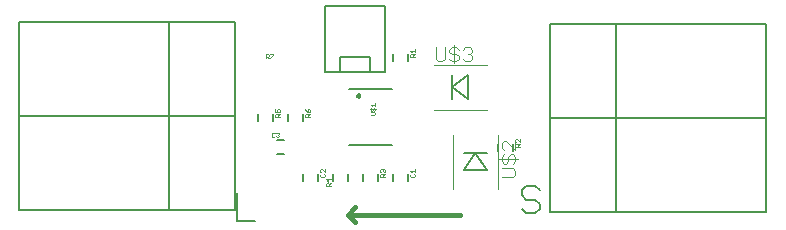
<source format=gto>
G75*
%MOIN*%
%OFA0B0*%
%FSLAX25Y25*%
%IPPOS*%
%LPD*%
%AMOC8*
5,1,8,0,0,1.08239X$1,22.5*
%
%ADD10C,0.00800*%
%ADD11C,0.01600*%
%ADD12C,0.00600*%
%ADD13C,0.00100*%
%ADD14C,0.00500*%
%ADD15C,0.00400*%
D10*
X0073650Y0010100D02*
X0079789Y0010100D01*
X0073650Y0010100D02*
X0073650Y0019308D01*
X0149313Y0027169D02*
X0157187Y0027169D01*
X0153250Y0032574D01*
X0149313Y0027169D01*
X0149313Y0032574D02*
X0157187Y0032574D01*
X0168650Y0020273D02*
X0170185Y0021808D01*
X0173254Y0021808D01*
X0174789Y0020273D01*
X0170185Y0017204D02*
X0168650Y0018739D01*
X0168650Y0020273D01*
X0170185Y0017204D02*
X0173254Y0017204D01*
X0174789Y0015669D01*
X0174789Y0014135D01*
X0173254Y0012600D01*
X0170185Y0012600D01*
X0168650Y0014135D01*
X0150781Y0050763D02*
X0150781Y0058637D01*
X0145376Y0054700D01*
X0150781Y0050763D01*
X0145376Y0050763D02*
X0145376Y0058637D01*
X0113785Y0051800D02*
X0113787Y0051847D01*
X0113793Y0051894D01*
X0113803Y0051941D01*
X0113816Y0051986D01*
X0113834Y0052030D01*
X0113855Y0052072D01*
X0113879Y0052113D01*
X0113907Y0052151D01*
X0113938Y0052187D01*
X0113972Y0052220D01*
X0114008Y0052250D01*
X0114047Y0052277D01*
X0114088Y0052301D01*
X0114131Y0052321D01*
X0114175Y0052337D01*
X0114221Y0052350D01*
X0114267Y0052359D01*
X0114315Y0052364D01*
X0114362Y0052365D01*
X0114409Y0052362D01*
X0114456Y0052355D01*
X0114502Y0052344D01*
X0114547Y0052330D01*
X0114591Y0052311D01*
X0114632Y0052289D01*
X0114672Y0052264D01*
X0114710Y0052235D01*
X0114745Y0052204D01*
X0114778Y0052169D01*
X0114807Y0052132D01*
X0114833Y0052093D01*
X0114856Y0052051D01*
X0114875Y0052008D01*
X0114891Y0051963D01*
X0114903Y0051917D01*
X0114911Y0051871D01*
X0114915Y0051824D01*
X0114915Y0051776D01*
X0114911Y0051729D01*
X0114903Y0051683D01*
X0114891Y0051637D01*
X0114875Y0051592D01*
X0114856Y0051549D01*
X0114833Y0051507D01*
X0114807Y0051468D01*
X0114778Y0051431D01*
X0114745Y0051396D01*
X0114710Y0051365D01*
X0114672Y0051336D01*
X0114633Y0051311D01*
X0114591Y0051289D01*
X0114547Y0051270D01*
X0114502Y0051256D01*
X0114456Y0051245D01*
X0114409Y0051238D01*
X0114362Y0051235D01*
X0114315Y0051236D01*
X0114267Y0051241D01*
X0114221Y0051250D01*
X0114175Y0051263D01*
X0114131Y0051279D01*
X0114088Y0051299D01*
X0114047Y0051323D01*
X0114008Y0051350D01*
X0113972Y0051380D01*
X0113938Y0051413D01*
X0113907Y0051449D01*
X0113879Y0051487D01*
X0113855Y0051528D01*
X0113834Y0051570D01*
X0113816Y0051614D01*
X0113803Y0051659D01*
X0113793Y0051706D01*
X0113787Y0051753D01*
X0113785Y0051800D01*
D11*
X0113250Y0014700D02*
X0110750Y0012200D01*
X0113250Y0009700D01*
X0110750Y0012200D02*
X0148250Y0012200D01*
D12*
X0130612Y0023519D02*
X0130612Y0025881D01*
X0125888Y0025881D02*
X0125888Y0023519D01*
X0120612Y0023519D02*
X0120612Y0025881D01*
X0115888Y0025881D02*
X0115888Y0023519D01*
X0110612Y0023519D02*
X0110612Y0025881D01*
X0105888Y0025881D02*
X0105888Y0023519D01*
X0100612Y0023519D02*
X0100612Y0025881D01*
X0095888Y0025881D02*
X0095888Y0023519D01*
X0089431Y0032338D02*
X0087069Y0032338D01*
X0087069Y0037062D02*
X0089431Y0037062D01*
X0111152Y0035401D02*
X0125348Y0035401D01*
X0095612Y0043519D02*
X0095612Y0045881D01*
X0090888Y0045881D02*
X0090888Y0043519D01*
X0085612Y0043519D02*
X0085612Y0045881D01*
X0080888Y0045881D02*
X0080888Y0043519D01*
X0111152Y0053999D02*
X0125348Y0053999D01*
X0125888Y0063519D02*
X0125888Y0065881D01*
X0130612Y0065881D02*
X0130612Y0063519D01*
X0160888Y0035881D02*
X0160888Y0033519D01*
X0165612Y0033519D02*
X0165612Y0035881D01*
D13*
X0166549Y0035554D02*
X0166799Y0035804D01*
X0167299Y0035804D01*
X0167550Y0035554D01*
X0167550Y0034803D01*
X0168050Y0034803D02*
X0166549Y0034803D01*
X0166549Y0035554D01*
X0166799Y0036277D02*
X0166549Y0036527D01*
X0166549Y0037027D01*
X0166799Y0037278D01*
X0167049Y0037278D01*
X0168050Y0036277D01*
X0168050Y0037278D01*
X0168050Y0035804D02*
X0167550Y0035304D01*
X0133050Y0027278D02*
X0133050Y0026277D01*
X0133050Y0026777D02*
X0131549Y0026777D01*
X0132049Y0026277D01*
X0131799Y0025804D02*
X0131549Y0025554D01*
X0131549Y0025054D01*
X0131799Y0024803D01*
X0132800Y0024803D01*
X0133050Y0025054D01*
X0133050Y0025554D01*
X0132800Y0025804D01*
X0123050Y0025804D02*
X0122550Y0025304D01*
X0122550Y0025554D02*
X0122550Y0024803D01*
X0123050Y0024803D02*
X0121549Y0024803D01*
X0121549Y0025554D01*
X0121799Y0025804D01*
X0122299Y0025804D01*
X0122550Y0025554D01*
X0122800Y0026277D02*
X0123050Y0026527D01*
X0123050Y0027027D01*
X0122800Y0027278D01*
X0122550Y0027278D01*
X0122299Y0027027D01*
X0122299Y0026777D01*
X0122299Y0027027D02*
X0122049Y0027278D01*
X0121799Y0027278D01*
X0121549Y0027027D01*
X0121549Y0026527D01*
X0121799Y0026277D01*
X0104950Y0023974D02*
X0103449Y0023974D01*
X0104199Y0023223D01*
X0104199Y0024224D01*
X0103050Y0025054D02*
X0102800Y0024803D01*
X0101799Y0024803D01*
X0101549Y0025054D01*
X0101549Y0025554D01*
X0101799Y0025804D01*
X0101799Y0026277D02*
X0101549Y0026527D01*
X0101549Y0027027D01*
X0101799Y0027278D01*
X0102049Y0027278D01*
X0103050Y0026277D01*
X0103050Y0027278D01*
X0102800Y0025804D02*
X0103050Y0025554D01*
X0103050Y0025054D01*
X0103699Y0022751D02*
X0104199Y0022751D01*
X0104450Y0022501D01*
X0104450Y0021750D01*
X0104950Y0021750D02*
X0103449Y0021750D01*
X0103449Y0022501D01*
X0103699Y0022751D01*
X0104450Y0022250D02*
X0104950Y0022751D01*
X0087774Y0038250D02*
X0087524Y0038000D01*
X0087023Y0038000D01*
X0086773Y0038250D01*
X0086301Y0038250D02*
X0086051Y0038000D01*
X0085550Y0038000D01*
X0085300Y0038250D01*
X0085300Y0039251D01*
X0085550Y0039501D01*
X0086051Y0039501D01*
X0086301Y0039251D01*
X0086773Y0039251D02*
X0087023Y0039501D01*
X0087524Y0039501D01*
X0087774Y0039251D01*
X0087774Y0039001D01*
X0087524Y0038751D01*
X0087774Y0038500D01*
X0087774Y0038250D01*
X0087524Y0038751D02*
X0087274Y0038751D01*
X0087550Y0044803D02*
X0087550Y0045554D01*
X0087299Y0045804D01*
X0086799Y0045804D01*
X0086549Y0045554D01*
X0086549Y0044803D01*
X0088050Y0044803D01*
X0087550Y0045304D02*
X0088050Y0045804D01*
X0087800Y0046277D02*
X0088050Y0046527D01*
X0088050Y0047027D01*
X0087800Y0047278D01*
X0087299Y0047278D01*
X0087049Y0047027D01*
X0087049Y0046777D01*
X0087299Y0046277D01*
X0086549Y0046277D01*
X0086549Y0047278D01*
X0096549Y0047278D02*
X0096799Y0046777D01*
X0097299Y0046277D01*
X0097299Y0047027D01*
X0097550Y0047278D01*
X0097800Y0047278D01*
X0098050Y0047027D01*
X0098050Y0046527D01*
X0097800Y0046277D01*
X0097299Y0046277D01*
X0097299Y0045804D02*
X0097550Y0045554D01*
X0097550Y0044803D01*
X0098050Y0044803D02*
X0096549Y0044803D01*
X0096549Y0045554D01*
X0096799Y0045804D01*
X0097299Y0045804D01*
X0097550Y0045304D02*
X0098050Y0045804D01*
X0118049Y0047304D02*
X0120050Y0047304D01*
X0119800Y0047054D02*
X0119800Y0047554D01*
X0119550Y0047804D01*
X0119300Y0047804D01*
X0119049Y0047554D01*
X0119049Y0047054D01*
X0118799Y0046803D01*
X0118549Y0046803D01*
X0118299Y0047054D01*
X0118299Y0047554D01*
X0118549Y0047804D01*
X0118799Y0048277D02*
X0118299Y0048777D01*
X0119800Y0048777D01*
X0119800Y0048277D02*
X0119800Y0049278D01*
X0119800Y0047054D02*
X0119550Y0046803D01*
X0119550Y0046331D02*
X0118299Y0046331D01*
X0118299Y0045330D02*
X0119550Y0045330D01*
X0119800Y0045580D01*
X0119800Y0046081D01*
X0119550Y0046331D01*
X0085774Y0065501D02*
X0084773Y0064500D01*
X0084773Y0064250D01*
X0084301Y0064250D02*
X0083800Y0064750D01*
X0084051Y0064750D02*
X0083300Y0064750D01*
X0083300Y0064250D02*
X0083300Y0065751D01*
X0084051Y0065751D01*
X0084301Y0065501D01*
X0084301Y0065001D01*
X0084051Y0064750D01*
X0084773Y0065751D02*
X0085774Y0065751D01*
X0085774Y0065501D01*
X0131549Y0065554D02*
X0131549Y0064803D01*
X0133050Y0064803D01*
X0132550Y0064803D02*
X0132550Y0065554D01*
X0132299Y0065804D01*
X0131799Y0065804D01*
X0131549Y0065554D01*
X0132049Y0066277D02*
X0131549Y0066777D01*
X0133050Y0066777D01*
X0133050Y0066277D02*
X0133050Y0067278D01*
X0133050Y0065804D02*
X0132550Y0065304D01*
D14*
X0001250Y0044974D02*
X0001250Y0013700D01*
X0051250Y0013700D01*
X0051250Y0044974D01*
X0051250Y0076247D01*
X0073250Y0076247D02*
X0073250Y0044974D01*
X0051250Y0044974D01*
X0001250Y0044974D01*
X0001250Y0076247D01*
X0073250Y0076247D01*
X0103250Y0081700D02*
X0123250Y0081700D01*
X0123250Y0059700D01*
X0118250Y0059700D01*
X0118250Y0064700D01*
X0108250Y0064700D01*
X0108250Y0059700D01*
X0103250Y0059700D01*
X0103250Y0081700D01*
X0178250Y0075700D02*
X0178250Y0044426D01*
X0200250Y0044426D01*
X0200250Y0013153D01*
X0178250Y0013153D02*
X0178250Y0044426D01*
X0200250Y0044426D02*
X0200250Y0075700D01*
X0250250Y0075700D01*
X0250250Y0044426D01*
X0200250Y0044426D01*
X0250250Y0044426D02*
X0250250Y0013153D01*
X0178250Y0013153D01*
X0073250Y0013700D02*
X0073250Y0044974D01*
X0108250Y0059700D02*
X0118250Y0059700D01*
X0178250Y0075700D02*
X0200250Y0075700D01*
X0073250Y0013700D02*
X0051250Y0013700D01*
D15*
X0145750Y0020800D02*
X0145750Y0038600D01*
X0160750Y0038600D02*
X0160750Y0020800D01*
X0161946Y0024588D02*
X0165783Y0024588D01*
X0166550Y0025356D01*
X0166550Y0026890D01*
X0165783Y0027657D01*
X0161946Y0027657D01*
X0162713Y0029192D02*
X0161946Y0029959D01*
X0161946Y0031494D01*
X0162713Y0032261D01*
X0164248Y0031494D02*
X0165015Y0032261D01*
X0165783Y0032261D01*
X0166550Y0031494D01*
X0166550Y0029959D01*
X0165783Y0029192D01*
X0164248Y0029959D02*
X0163481Y0029192D01*
X0162713Y0029192D01*
X0164248Y0029959D02*
X0164248Y0031494D01*
X0161179Y0030727D02*
X0167317Y0030727D01*
X0166550Y0033796D02*
X0163481Y0036865D01*
X0162713Y0036865D01*
X0161946Y0036098D01*
X0161946Y0034563D01*
X0162713Y0033796D01*
X0166550Y0033796D02*
X0166550Y0036865D01*
X0157150Y0047200D02*
X0139350Y0047200D01*
X0139350Y0062200D02*
X0157150Y0062200D01*
X0152227Y0064167D02*
X0151460Y0063400D01*
X0149925Y0063400D01*
X0149158Y0064167D01*
X0147623Y0064167D02*
X0146856Y0063400D01*
X0145321Y0063400D01*
X0144554Y0064167D01*
X0143019Y0064167D02*
X0143019Y0068004D01*
X0144554Y0067237D02*
X0145321Y0068004D01*
X0146856Y0068004D01*
X0147623Y0067237D01*
X0149158Y0067237D02*
X0149925Y0068004D01*
X0151460Y0068004D01*
X0152227Y0067237D01*
X0152227Y0066469D01*
X0151460Y0065702D01*
X0152227Y0064935D01*
X0152227Y0064167D01*
X0151460Y0065702D02*
X0150692Y0065702D01*
X0147623Y0064935D02*
X0146856Y0065702D01*
X0145321Y0065702D01*
X0144554Y0066469D01*
X0144554Y0067237D01*
X0146089Y0068771D02*
X0146089Y0062633D01*
X0147623Y0064167D02*
X0147623Y0064935D01*
X0143019Y0064167D02*
X0142252Y0063400D01*
X0140717Y0063400D01*
X0139950Y0064167D01*
X0139950Y0068004D01*
M02*

</source>
